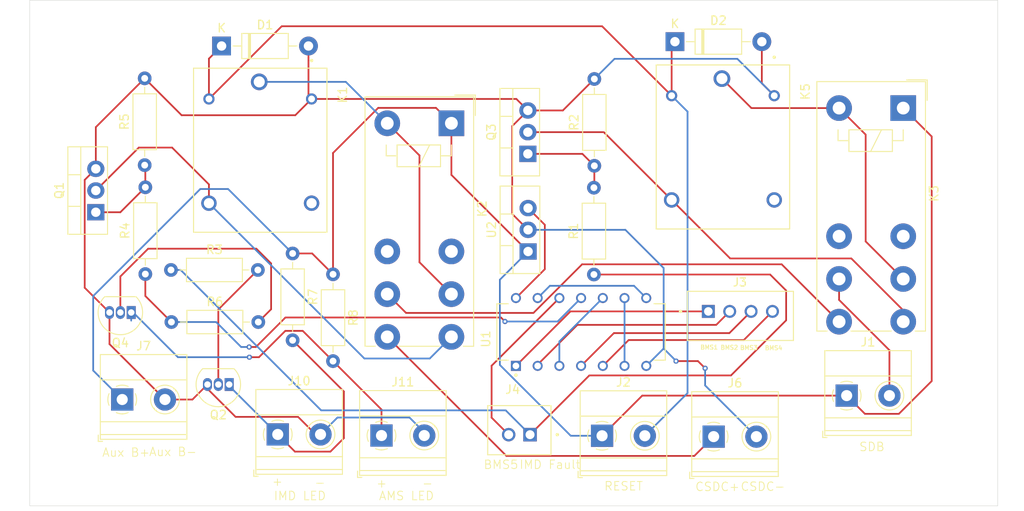
<source format=kicad_pcb>
(kicad_pcb (version 20221018) (generator pcbnew)
  (layers (0 "F.Cu" signal) (31 "B.Cu" signal) (34 "B.Paste" user) (35 "F.Paste" user) (36 "B.SilkS" user "B.Silkscreen") (37 "F.SilkS" user "F.Silkscreen") (38 "B.Mask" user) (39 "F.Mask" user) (44 "Edge.Cuts" user))
  (net 0 "")
  (net 1 "Aux Battery in")
  (net 2 "IMD In")
  (net 3 "reset")
  (net 4 "BMS3")
  (net 5 "BMS4")
  (net 6 "BMS2")
  (net 7 "BMS1")
  (net 8 "BMS5")
  (net 9 "IMD Fault")
  (net 10 "CSDC+")
  (net 11 "CSDC-")
  (net 12 "Net-(J10-Pin_1)")
  (net 13 "Net-(J11-Pin_1)")
  (net 14 "Net-(Q1-D)")
  (net 15 "Net-(K1-PadCOM)")
  (net 18 "AMS In")
  (net 20 "Net-(K3-Pad11)")
  (net 22 "Net-(Q3-D)")
  (net 25 "Net-(Q1-G)")
  (net 26 "Net-(Q2-B)")
  (net 27 "Net-(Q3-G)")
  (net 28 "Net-(Q4-B)")
  (net 29 "AMS Fault")
  (net 30 "out1")
  (net 31 "out2")
  (net 32 "out3")
  (net 33 "+5V")
  (footprint "SN74LS32N:DIP794W45P254L1969H508Q14" (layer "F.Cu") (at 89.3318 57.2694 90)
    (fp_text reference "U1" (at -0.825 -11.135 90) (layer "F.SilkS"))
    (fp_text value "SN74LS32N")
    (pad "1" thru_hole rect (at -3.97 -7.62 90) (size 1.17 1.17) (drill 0.77) (layers "*.Cu" "*.Mask") (net 7 "BMS1"))
    (pad "2" thru_hole circle (at -3.97 -5.08 90) (size 1.17 1.17) (drill 0.77) (layers "*.Cu" "*.Mask") (net 6 "BMS2"))
    (pad "3" thru_hole circle (at -3.97 -2.54 90) (size 1.17 1.17) (drill 0.77) (layers "*.Cu" "*.Mask") (net 30 "out1"))
    (pad "4" thru_hole circle (at -3.97 0 90) (size 1.17 1.17) (drill 0.77) (layers "*.Cu" "*.Mask") (net 4 "BMS3"))
    (pad "5" thru_hole circle (at -3.97 2.54 90) (size 1.17 1.17) (drill 0.77) (layers "*.Cu" "*.Mask") (net 5 "BMS4"))
    (pad "6" thru_hole circle (at -3.97 5.08 90) (size 1.17 1.17) (drill 0.77) (layers "*.Cu" "*.Mask") (net 31 "out2"))
    (pad "7" thru_hole circle (at -3.97 7.62 90) (size 1.17 1.17) (drill 0.77) (layers "*.Cu" "*.Mask") (net 11 "CSDC-"))
    (pad "8" thru_hole circle (at 3.97 7.62 90) (size 1.17 1.17) (drill 0.77) (layers "*.Cu" "*.Mask") (net 32 "out3"))
    (pad "9" thru_hole circle (at 3.97 5.08 90) (size 1.17 1.17) (drill 0.77) (layers "*.Cu" "*.Mask") (net 31 "out2"))
    (pad "10" thru_hole circle (at 3.97 2.54 90) (size 1.17 1.17) (drill 0.77) (layers "*.Cu" "*.Mask") (net 30 "out1"))
    (pad "11" thru_hole circle (at 3.97 0 90) (size 1.17 1.17) (drill 0.77) (layers "*.Cu" "*.Mask") (net 29 "AMS Fault"))
    (pad "12" thru_hole circle (at 3.97 -2.54 90) (size 1.17 1.17) (drill 0.77) (layers "*.Cu" "*.Mask") (net 8 "BMS5"))
    (pad "13" thru_hole circle (at 3.97 -5.08 90) (size 1.17 1.17) (drill 0.77) (layers "*.Cu" "*.Mask") (net 32 "out3"))
    (pad "14" thru_hole circle (at 3.97 -7.62 90) (size 1.17 1.17) (drill 0.77) (layers "*.Cu" "*.Mask") (net 33 "+5V"))
  )
  (footprint "Package_TO_SOT_THT:TO-220-3_Vertical" (layer "F.Cu") (at 83.1342 47.8536 90)
    (fp_text reference "U2" (at 2.54 -4.27 90) (layer "F.SilkS"))
    (fp_text value "L7805")
    (pad "1" thru_hole rect (at 0 0 90) (size 1.905 2) (drill 1.1) (layers "*.Cu" "*.Mask") (net 1 "Aux Battery in"))
    (pad "2" thru_hole oval (at 2.54 0 90) (size 1.905 2) (drill 1.1) (layers "*.Cu" "*.Mask") (net 11 "CSDC-"))
    (pad "3" thru_hole oval (at 5.08 0 90) (size 1.905 2) (drill 1.1) (layers "*.Cu" "*.Mask") (net 33 "+5V"))
  )
  (footprint "Package_TO_SOT_THT:TO-92_Inline" (layer "F.Cu") (at 48.1838 63.4194 180)
    (fp_text reference "Q2" (at 1.27 -3.56) (layer "F.SilkS"))
    (fp_text value "BC547")
    (pad "1" thru_hole rect (at 0 0 180) (size 1.05 1.5) (drill 0.75) (layers "*.Cu" "*.Mask") (net 12 "Net-(J10-Pin_1)"))
    (pad "2" thru_hole oval (at 1.27 0 180) (size 1.05 1.5) (drill 0.75) (layers "*.Cu" "*.Mask") (net 26 "Net-(Q2-B)"))
    (pad "3" thru_hole oval (at 2.54 0 180) (size 1.05 1.5) (drill 0.75) (layers "*.Cu" "*.Mask") (net 11 "CSDC-"))
  )
  (footprint "Diode_THT:D_DO-41_SOD81_P10.16mm_Horizontal" (layer "F.Cu") (at 47.2948 23.7998)
    (fp_text reference "D1" (at 5.08 -2.47) (layer "F.SilkS"))
    (fp_text value "1N4007")
    (fp_text user "K" (at 0 -2.1) (layer "F.SilkS"))
    (pad "1" thru_hole rect (at 0 0) (size 2.2 2.2) (drill 1.1) (layers "*.Cu" "*.Mask") (net 3 "reset"))
    (pad "2" thru_hole oval (at 10.16 0) (size 2.2 2.2) (drill 1.1) (layers "*.Cu" "*.Mask") (net 11 "CSDC-"))
  )
  (footprint "Resistor_THT:R_Axial_DIN0207_L6.3mm_D2.5mm_P10.16mm_Horizontal" (layer "F.Cu") (at 55.6006 48.0822 -90)
    (fp_text reference "R7" (at 5.08 -2.37 90) (layer "F.SilkS"))
    (fp_text value "100")
    (pad "1" thru_hole circle (at 0 0 270) (size 1.6 1.6) (drill 0.8) (layers "*.Cu" "*.Mask") (net 1 "Aux Battery in"))
    (pad "2" thru_hole oval (at 10.16 0 270) (size 1.6 1.6) (drill 0.8) (layers "*.Cu" "*.Mask") (net 12 "Net-(J10-Pin_1)"))
  )
  (footprint "MountingHole:MountingHole_3.5mm" (layer "F.Cu") (at 133.0706 23.7998)
    (fp_text reference "REF**" hide)
    (fp_text value "MountingHole_3.5mm")
    (pad "" np_thru_hole circle (at 0 0) (size 3.5 3.5) (drill 3.5) (layers "*.Cu" "*.Mask"))
  )
  (footprint "conn-JST-4pin:JST_B4B-XH-A_LF__SN_" (layer "F.Cu") (at 107.9592 55.389 180)
    (fp_text reference "J3" (at 0.06 3.9286) (layer "F.SilkS") (effects (font (size 0.944882 0.944882))))
    (fp_text value "B4B-XH-A_LF__SN_")
    (pad "1" thru_hole rect (at 3.75 0.525 180) (size 1.508 1.508) (drill 1) (layers "*.Cu" "*.Mask") (net 7 "BMS1"))
    (pad "2" thru_hole circle (at 1.25 0.525 180) (size 1.508 1.508) (drill 1) (layers "*.Cu" "*.Mask") (net 6 "BMS2"))
    (pad "3" thru_hole circle (at -1.25 0.525 180) (size 1.508 1.508) (drill 1) (layers "*.Cu" "*.Mask") (net 4 "BMS3"))
    (pad "4" thru_hole circle (at -3.75 0.525 180) (size 1.508 1.508) (drill 1) (layers "*.Cu" "*.Mask") (net 5 "BMS4"))
  )
  (footprint "MountingHole:MountingHole_3.5mm" (layer "F.Cu") (at 132.969 72.1614)
    (fp_text reference "REF**" hide)
    (fp_text value "MountingHole_3.5mm")
    (pad "" np_thru_hole circle (at 0 0) (size 3.5 3.5) (drill 3.5) (layers "*.Cu" "*.Mask"))
  )
  (footprint "Resistor_THT:R_Axial_DIN0207_L6.3mm_D2.5mm_P10.16mm_Horizontal" (layer "F.Cu") (at 60.325 50.5206 -90)
    (fp_text reference "R8" (at 5.08 -2.37 90) (layer "F.SilkS"))
    (fp_text value "100")
    (pad "1" thru_hole circle (at 0 0 270) (size 1.6 1.6) (drill 0.8) (layers "*.Cu" "*.Mask") (net 1 "Aux Battery in"))
    (pad "2" thru_hole oval (at 10.16 0 270) (size 1.6 1.6) (drill 0.8) (layers "*.Cu" "*.Mask") (net 13 "Net-(J11-Pin_1)"))
  )
  (footprint "Resistor_THT:R_Axial_DIN0207_L6.3mm_D2.5mm_P10.16mm_Horizontal" (layer "F.Cu") (at 90.8812 37.8206 90)
    (fp_text reference "R2" (at 5.08 -2.37 90) (layer "F.SilkS"))
    (fp_text value "10k")
    (pad "1" thru_hole circle (at 0 0 90) (size 1.6 1.6) (drill 0.8) (layers "*.Cu" "*.Mask") (net 27 "Net-(Q3-G)"))
    (pad "2" thru_hole oval (at 10.16 0 90) (size 1.6 1.6) (drill 0.8) (layers "*.Cu" "*.Mask") (net 11 "CSDC-"))
  )
  (footprint "Resistor_THT:R_Axial_DIN0207_L6.3mm_D2.5mm_P10.16mm_Horizontal" (layer "F.Cu") (at 38.3032 37.7444 90)
    (fp_text reference "R5" (at 5.08 -2.37 90) (layer "F.SilkS"))
    (fp_text value "10k")
    (pad "1" thru_hole circle (at 0 0 90) (size 1.6 1.6) (drill 0.8) (layers "*.Cu" "*.Mask") (net 25 "Net-(Q1-G)"))
    (pad "2" thru_hole oval (at 10.16 0 90) (size 1.6 1.6) (drill 0.8) (layers "*.Cu" "*.Mask") (net 11 "CSDC-"))
  )
  (footprint "TerminalBlock_Phoenix:TerminalBlock_Phoenix_MKDS-1,5-2_1x02_P5.00mm_Horizontal" (layer "F.Cu") (at 65.993 69.3928)
    (fp_text reference "J11" (at 2.5 -6.26) (layer "F.SilkS"))
    (fp_text value "Screw_Terminal_01x02")
    (pad "1" thru_hole rect (at 0 0) (size 2.6 2.6) (drill 1.3) (layers "*.Cu" "*.Mask") (net 13 "Net-(J11-Pin_1)"))
    (pad "2" thru_hole circle (at 5 0) (size 2.6 2.6) (drill 1.3) (layers "*.Cu" "*.Mask") (net 11 "CSDC-"))
  )
  (footprint "Resistor_THT:R_Axial_DIN0207_L6.3mm_D2.5mm_P10.16mm_Horizontal" (layer "F.Cu") (at 41.3766 50.0126)
    (fp_text reference "R3" (at 5.08 -2.37) (layer "F.SilkS"))
    (fp_text value "100")
    (pad "1" thru_hole circle (at 0 0) (size 1.6 1.6) (drill 0.8) (layers "*.Cu" "*.Mask") (net 9 "IMD Fault"))
    (pad "2" thru_hole oval (at 10.16 0) (size 1.6 1.6) (drill 0.8) (layers "*.Cu" "*.Mask") (net 26 "Net-(Q2-B)"))
  )
  (footprint "Package_TO_SOT_THT:TO-220-3_Vertical" (layer "F.Cu") (at 83.1088 36.4236 90)
    (fp_text reference "Q3" (at 2.54 -4.27 90) (layer "F.SilkS"))
    (fp_text value "IRF540N")
    (pad "1" thru_hole rect (at 0 0 90) (size 1.905 2) (drill 1.1) (layers "*.Cu" "*.Mask") (net 27 "Net-(Q3-G)"))
    (pad "2" thru_hole oval (at 2.54 0 90) (size 1.905 2) (drill 1.1) (layers "*.Cu" "*.Mask") (net 22 "Net-(Q3-D)"))
    (pad "3" thru_hole oval (at 5.08 0 90) (size 1.905 2) (drill 1.1) (layers "*.Cu" "*.Mask") (net 11 "CSDC-"))
  )
  (footprint "Resistor_THT:R_Axial_DIN0207_L6.3mm_D2.5mm_P10.16mm_Horizontal" (layer "F.Cu") (at 41.4274 56.1086)
    (fp_text reference "R6" (at 5.08 -2.37) (layer "F.SilkS"))
    (fp_text value "100")
    (pad "1" thru_hole circle (at 0 0) (size 1.6 1.6) (drill 0.8) (layers "*.Cu" "*.Mask") (net 29 "AMS Fault"))
    (pad "2" thru_hole oval (at 10.16 0) (size 1.6 1.6) (drill 0.8) (layers "*.Cu" "*.Mask") (net 28 "Net-(Q4-B)"))
  )
  (footprint "Resistor_THT:R_Axial_DIN0207_L6.3mm_D2.5mm_P10.16mm_Horizontal" (layer "F.Cu") (at 38.3794 50.4952 90)
    (fp_text reference "R4" (at 5.08 -2.37 90) (layer "F.SilkS"))
    (fp_text value "100")
    (pad "1" thru_hole circle (at 0 0 90) (size 1.6 1.6) (drill 0.8) (layers "*.Cu" "*.Mask") (net 29 "AMS Fault"))
    (pad "2" thru_hole oval (at 10.16 0 90) (size 1.6 1.6) (drill 0.8) (layers "*.Cu" "*.Mask") (net 25 "Net-(Q1-G)"))
  )
  (footprint "Relay_THT:Relay_DPDT_Finder_40.52" (layer "F.Cu") (at 74.1671 32.8441 -90)
    (fp_text reference "K2" (at 10 -3.6 90) (layer "F.SilkS"))
    (fp_text value "FINDER-40.52")
    (pad "11" thru_hole circle (at 20 0 270) (size 3 3) (drill 1.5) (layers "*.Cu" "*.Mask") (net 15 "Net-(K1-PadCOM)"))
    (pad "12" thru_hole circle (at 15 0 270) (size 3 3) (drill 1.5) (layers "*.Cu" "*.Mask"))
    (pad "14" thru_hole circle (at 25 0 270) (size 3 3) (drill 1.5) (layers "*.Cu" "*.Mask") (net 14 "Net-(Q1-D)"))
    (pad "21" thru_hole circle (at 20 7.5 270) (size 3 3) (drill 1.5) (layers "*.Cu" "*.Mask") (net 18 "AMS In"))
    (pad "22" thru_hole circle (at 15 7.5 270) (size 3 3) (drill 1.5) (layers "*.Cu" "*.Mask"))
    (pad "24" thru_hole circle (at 25 7.5 270) (size 3 3) (drill 1.5) (layers "*.Cu" "*.Mask") (net 10 "CSDC+"))
    (pad "A1" thru_hole rect (at 0 0 270) (size 3 3) (drill 1.5) (layers "*.Cu" "*.Mask") (net 1 "Aux Battery in"))
    (pad "A2" thru_hole circle (at 0 7.5 270) (size 3 3) (drill 1.5) (layers "*.Cu" "*.Mask") (net 15 "Net-(K1-PadCOM)"))
  )
  (footprint "SRD-12VDC-SL-C:RELAY_SRD-12VDC-SL-C" (layer "F.Cu") (at 105.918 35.7169 -90)
    (fp_text reference "K5" (at -6.575 -9.635 90) (layer "F.SilkS"))
    (fp_text value "SRD-12VDC-SL-C")
    (pad "COIL1" thru_hole circle (at -6.1 -6 270) (size 1.308 1.308) (drill 0.8) (layers "*.Cu" "*.Mask") (net 11 "CSDC-"))
    (pad "COIL2" thru_hole circle (at -6.1 6 270) (size 1.308 1.308) (drill 0.8) (layers "*.Cu" "*.Mask") (net 3 "reset"))
    (pad "COM" thru_hole circle (at -8.1 0.12 270) (size 1.95 1.95) (drill 1.3) (layers "*.Cu" "*.Mask") (net 20 "Net-(K3-Pad11)"))
    (pad "NC" thru_hole circle (at 6.1 -6 270) (size 1.8 1.8) (drill 1.2) (layers "*.Cu" "*.Mask"))
    (pad "NO" thru_hole circle (at 6.1 6 270) (size 1.8 1.8) (drill 1.2) (layers "*.Cu" "*.Mask") (net 22 "Net-(Q3-D)"))
  )
  (footprint "TerminalBlock_Phoenix:TerminalBlock_Phoenix_MKDS-1,5-2_1x02_P5.00mm_Horizontal" (layer "F.Cu") (at 53.8626 69.266)
    (fp_text reference "J10" (at 2.5 -6.26) (layer "F.SilkS"))
    (fp_text value "Screw_Terminal_01x02")
    (pad "1" thru_hole rect (at 0 0) (size 2.6 2.6) (drill 1.3) (layers "*.Cu" "*.Mask") (net 12 "Net-(J10-Pin_1)"))
    (pad "2" thru_hole circle (at 5 0) (size 2.6 2.6) (drill 1.3) (layers "*.Cu" "*.Mask") (net 11 "CSDC-"))
  )
  (footprint "SRD-12VDC-SL-C:RELAY_SRD-12VDC-SL-C" (layer "F.Cu") (at 51.816 36.0979 -90)
    (fp_text reference "K1" (at -6.575 -9.635 90) (layer "F.SilkS"))
    (fp_text value "SRD-12VDC-SL-C")
    (pad "COIL1" thru_hole circle (at -6.1 -6 270) (size 1.308 1.308) (drill 0.8) (layers "*.Cu" "*.Mask") (net 11 "CSDC-"))
    (pad "COIL2" thru_hole circle (at -6.1 6 270) (size 1.308 1.308) (drill 0.8) (layers "*.Cu" "*.Mask") (net 3 "reset"))
    (pad "COM" thru_hole circle (at -8.1 0.12 270) (size 1.95 1.95) (drill 1.3) (layers "*.Cu" "*.Mask") (net 15 "Net-(K1-PadCOM)"))
    (pad "NC" thru_hole circle (at 6.1 -6 270) (size 1.8 1.8) (drill 1.2) (layers "*.Cu" "*.Mask"))
    (pad "NO" thru_hole circle (at 6.1 6 270) (size 1.8 1.8) (drill 1.2) (layers "*.Cu" "*.Mask") (net 14 "Net-(Q1-D)"))
  )
  (footprint "TerminalBlock_Phoenix:TerminalBlock_Phoenix_MKDS-1,5-2_1x02_P5.00mm_Horizontal" (layer "F.Cu") (at 35.6762 65.1766)
    (fp_text reference "J7" (at 2.5 -6.26) (layer "F.SilkS"))
    (fp_text value "Screw_Terminal_01x02")
    (pad "1" thru_hole rect (at 0 0) (size 2.6 2.6) (drill 1.3) (layers "*.Cu" "*.Mask") (net 1 "Aux Battery in"))
    (pad "2" thru_hole circle (at 5 0) (size 2.6 2.6) (drill 1.3) (layers "*.Cu" "*.Mask") (net 11 "CSDC-"))
  )
  (footprint "Package_TO_SOT_THT:TO-92_Inline" (layer "F.Cu") (at 36.7284 54.991 180)
    (fp_text reference "Q4" (at 1.27 -3.56) (layer "F.SilkS"))
    (fp_text value "BC547")
    (pad "1" thru_hole rect (at 0 0 180) (size 1.05 1.5) (drill 0.75) (layers "*.Cu" "*.Mask") (net 13 "Net-(J11-Pin_1)"))
    (pad "2" thru_hole oval (at 1.27 0 180) (size 1.05 1.5) (drill 0.75) (layers "*.Cu" "*.Mask") (net 28 "Net-(Q4-B)"))
    (pad "3" thru_hole oval (at 2.54 0 180) (size 1.05 1.5) (drill 0.75) (layers "*.Cu" "*.Mask") (net 11 "CSDC-"))
  )
  (footprint "Package_TO_SOT_THT:TO-220-3_Vertical" (layer "F.Cu") (at 32.5882 43.2562 90)
    (fp_text reference "Q1" (at 2.54 -4.27 90) (layer "F.SilkS"))
    (fp_text value "IRF540N")
    (pad "1" thru_hole rect (at 0 0 90) (size 1.905 2) (drill 1.1) (layers "*.Cu" "*.Mask") (net 25 "Net-(Q1-G)"))
    (pad "2" thru_hole oval (at 2.54 0 90) (size 1.905 2) (drill 1.1) (layers "*.Cu" "*.Mask") (net 14 "Net-(Q1-D)"))
    (pad "3" thru_hole oval (at 5.08 0 90) (size 1.905 2) (drill 1.1) (layers "*.Cu" "*.Mask") (net 11 "CSDC-"))
  )
  (footprint "Resistor_THT:R_Axial_DIN0207_L6.3mm_D2.5mm_P10.16mm_Horizontal" (layer "F.Cu") (at 90.8304 50.546 90)
    (fp_text reference "R1" (at 5.08 -2.37 90) (layer "F.SilkS"))
    (fp_text value "100")
    (pad "1" thru_hole circle (at 0 0 90) (size 1.6 1.6) (drill 0.8) (layers "*.Cu" "*.Mask") (net 9 "IMD Fault"))
    (pad "2" thru_hole oval (at 10.16 0 90) (size 1.6 1.6) (drill 0.8) (layers "*.Cu" "*.Mask") (net 27 "Net-(Q3-G)"))
  )
  (footprint "TerminalBlock_Phoenix:TerminalBlock_Phoenix_MKDS-1,5-2_1x02_P5.00mm_Horizontal" (layer "F.Cu") (at 120.3852 64.7194)
    (fp_text reference "J1" (at 2.5 -6.26) (layer "F.SilkS"))
    (fp_text value "Screw_Terminal_01x02")
    (pad "1" thru_hole rect (at 0 0) (size 2.6 2.6) (drill 1.3) (layers "*.Cu" "*.Mask") (net 1 "Aux Battery in"))
    (pad "2" thru_hole circle (at 5 0) (size 2.6 2.6) (drill 1.3) (layers "*.Cu" "*.Mask") (net 2 "IMD In"))
  )
  (footprint "MountingHole:MountingHole_3.5mm" (layer "F.Cu") (at 29.4386 72.898)
    (fp_text reference "REF**" hide)
    (fp_text value "MountingHole_3.5mm")
    (pad "" np_thru_hole circle (at 0 0) (size 3.5 3.5) (drill 3.5) (layers "*.Cu" "*.Mask"))
  )
  (footprint "conn-JST-2pin:JST_B2B-XH-A_LF__SN_" (layer "F.Cu") (at 82.1128 68.7662)
    (fp_text reference "J4" (at -0.775 -4.76) (layer "F.SilkS"))
    (fp_text value "B2B-XH-A_LF__SN_")
    (pad "1" thru_hole rect (at 1.25 0.525) (size 1.575 1.575) (drill 1.05) (layers "*.Cu" "*.Mask") (net 9 "IMD Fault"))
    (pad "2" thru_hole circle (at -1.25 0.525) (size 1.575 1.575) (drill 1.05) (layers "*.Cu" "*.Mask") (net 8 "BMS5"))
  )
  (footprint "Diode_THT:D_DO-41_SOD81_P10.16mm_Horizontal" (layer "F.Cu") (at 100.3046 23.2918)
    (fp_text reference "D2" (at 5.08 -2.47) (layer "F.SilkS"))
    (fp_text value "1N4007")
    (fp_text user "K" (at 0 -2.1) (layer "F.SilkS"))
    (pad "1" thru_hole rect (at 0 0) (size 2.2 2.2) (drill 1.1) (layers "*.Cu" "*.Mask") (net 3 "reset"))
    (pad "2" thru_hole oval (at 10.16 0) (size 2.2 2.2) (drill 1.1) (layers "*.Cu" "*.Mask") (net 11 "CSDC-"))
  )
  (footprint "TerminalBlock_Phoenix:TerminalBlock_Phoenix_MKDS-1,5-2_1x02_P5.00mm_Horizontal" (layer "F.Cu") (at 104.8296 69.5198)
    (fp_text reference "J6" (at 2.5 -6.26) (layer "F.SilkS"))
    (fp_text value "Screw_Terminal_01x02")
    (pad "1" thru_hole rect (at 0 0) (size 2.6 2.6) (drill 1.3) (layers "*.Cu" "*.Mask") (net 10 "CSDC+"))
    (pad "2" thru_hole circle (at 5 0) (size 2.6 2.6) (drill 1.3) (layers "*.Cu" "*.Mask") (net 11 "CSDC-"))
  )
  (footprint "Relay_THT:Relay_DPDT_Finder_40.52" (layer "F.Cu") (at 126.9991 31.0661 -90)
    (fp_text reference "K3" (at 10 -3.6 90) (layer "F.SilkS"))
    (fp_text value "FINDER-40.52")
    (pad "11" thru_hole circle (at 20 0 270) (size 3 3) (drill 1.5) (layers "*.Cu" "*.Mask") (net 20 "Net-(K3-Pad11)"))
    (pad "12" thru_hole circle (at 15 0 270) (size 3 3) (drill 1.5) (layers "*.Cu" "*.Mask"))
    (pad "14" thru_hole circle (at 25 0 270) (size 3 3) (drill 1.5) (layers "*.Cu" "*.Mask") (net 22 "Net-(Q3-D)"))
    (pad "21" thru_hole circle (at 20 7.5 270) (size 3 3) (drill 1.5) (layers "*.Cu" "*.Mask") (net 2 "IMD In"))
    (pad "22" thru_hole circle (at 15 7.5 270) (size 3 3) (drill 1.5) (layers "*.Cu" "*.Mask"))
    (pad "24" thru_hole circle (at 25 7.5 270) (size 3 3) (drill 1.5) (layers "*.Cu" "*.Mask") (net 18 "AMS In"))
    (pad "A1" thru_hole rect (at 0 0 270) (size 3 3) (drill 1.5) (layers "*.Cu" "*.Mask") (net 1 "Aux Battery in"))
    (pad "A2" thru_hole circle (at 0 7.5 270) (size 3 3) (drill 1.5) (layers "*.Cu" "*.Mask") (net 20 "Net-(K3-Pad11)"))
  )
  (footprint "TerminalBlock_Phoenix:TerminalBlock_Phoenix_MKDS-1,5-2_1x02_P5.00mm_Horizontal" (layer "F.Cu") (at 91.7848 69.4184)
    (fp_text reference "J2" (at 2.5 -6.26) (layer "F.SilkS"))
    (fp_text value "Screw_Terminal_01x02")
    (pad "1" thru_hole rect (at 0 0) (size 2.6 2.6) (drill 1.3) (layers "*.Cu" "*.Mask") (net 1 "Aux Battery in"))
    (pad "2" thru_hole circle (at 5 0) (size 2.6 2.6) (drill 1.3) (layers "*.Cu" "*.Mask") (net 3 "reset"))
  )
  (footprint "MountingHole:MountingHole_3.5mm" (layer "F.Cu") (at 29.7942 24.3332)
    (fp_text reference "REF**" hide)
    (fp_text value "MountingHole_3.5mm")
    (pad "" np_thru_hole circle (at 0 0) (size 3.5 3.5) (drill 3.5) (layers "*.Cu" "*.Mask"))
  )
  (gr_rect (start 24.8666 18.4404) (end 138.049 77.6224) (stroke (width 0.05)) (fill none) (layer "Edge.Cuts"))
  (gr_text "IMD LED" (at 53.34 77.0382) (layer "F.SilkS") (effects (font (size 1 1) (thickness 0.1)) (justify left bottom)))
  (gr_text "Aux B-" (at 38.7604 71.882) (layer "F.SilkS") (effects (font (size 1 1) (thickness 0.1)) (justify left bottom)))
  (gr_text "BMS3" (at 107.8738 59.4106) (layer "F.SilkS") (effects (font (size 0.5 0.5) (thickness 0.1)) (justify left bottom)))
  (gr_text "Aux B+" (at 33.274 71.9582) (layer "F.SilkS") (effects (font (size 1 1) (thickness 0.1)) (justify left bottom)))
  (gr_text "BMS4" (at 110.7694 59.436) (layer "F.SilkS") (effects (font (size 0.5 0.5) (thickness 0.1)) (justify left bottom)))
  (gr_text "AMS LED" (at 65.6336 77.0382) (layer "F.SilkS") (effects (font (size 1 1) (thickness 0.1)) (justify left bottom)))
  (gr_text "BMS1" (at 103.2256 59.3598) (layer "F.SilkS") (effects (font (size 0.5 0.5) (thickness 0.1)) (justify left bottom)))
  (gr_text "IMD Fault" (at 82.0674 73.3806) (layer "F.SilkS") (effects (font (size 1 1) (thickness 0.1)) (justify left bottom)))
  (gr_text "SDB" (at 121.793 71.2978) (layer "F.SilkS") (effects (font (size 1 1) (thickness 0.1)) (justify left bottom)))
  (gr_text "CSDC+" (at 102.616 75.9714) (layer "F.SilkS") (effects (font (size 1 1) (thickness 0.1)) (justify left bottom)))
  (gr_text "-" (at 58.1152 75.4888) (layer "F.SilkS") (effects (font (size 1 1) (thickness 0.1)) (justify left bottom)))
  (gr_text "RESET" (at 91.9734 75.8952) (layer "F.SilkS") (effects (font (size 1 1) (thickness 0.1)) (justify left bottom)))
  (gr_text "+" (at 65.3288 75.565) (layer "F.SilkS") (effects (font (size 1 1) (thickness 0.1)) (justify left bottom)))
  (gr_text "CSDC-" (at 107.9246 75.946) (layer "F.SilkS") (effects (font (size 1 1) (thickness 0.1)) (justify left bottom)))
  (gr_text "-" (at 70.6882 75.565) (layer "F.SilkS") (effects (font (size 1 1) (thickness 0.1)) (justify left bottom)))
  (gr_text "+" (at 53.1368 75.3618) (layer "F.SilkS") (effects (font (size 1 1) (thickness 0.1)) (justify left bottom)))
  (gr_text "BMS5" (at 77.8764 73.3806) (layer "F.SilkS") (effects (font (size 1 1) (thickness 0.1)) (justify left bottom)))
  (gr_text "BMS2" (at 105.5878 59.3852) (layer "F.SilkS") (effects (font (size 0.5 0.5) (thickness 0.1)) (justify left bottom)))
  (segment (start 72.3671 31.0441) (end 65.6029 31.0441) (width 0.2) (layer "F.Cu") (net 1))
  (segment (start 120.3852 64.7194) (end 122.5186 66.8528) (width 0.2) (layer "F.Cu") (net 1))
  (segment (start 122.5186 66.8528) (end 126.492 66.8528) (width 0.2) (layer "F.Cu") (net 1))
  (segment (start 74.1671 32.8441) (end 72.3671 31.0441) (width 0.2) (layer "F.Cu") (net 1))
  (segment (start 74.1671 38.8865) (end 83.1342 47.8536) (width 0.2) (layer "F.Cu") (net 1))
  (segment (start 120.3852 64.7194) (end 96.4838 64.7194) (width 0.2) (layer "F.Cu") (net 1))
  (segment (start 96.4838 64.7194) (end 91.7848 69.4184) (width 0.2) (layer "F.Cu") (net 1))
  (segment (start 130.3274 34.3944) (end 126.9991 31.0661) (width 0.2) (layer "F.Cu") (net 1))
  (segment (start 126.492 66.8528) (end 130.3274 63.0174) (width 0.2) (layer "F.Cu") (net 1))
  (segment (start 130.3274 63.0174) (end 130.3274 34.3944) (width 0.2) (layer "F.Cu") (net 1))
  (segment (start 57.8866 48.0822) (end 60.325 50.5206) (width 0.2) (layer "F.Cu") (net 1))
  (segment (start 74.1671 32.8441) (end 74.1671 38.8865) (width 0.2) (layer "F.Cu") (net 1))
  (segment (start 65.6029 31.0441) (end 60.325 36.322) (width 0.2) (layer "F.Cu") (net 1))
  (segment (start 55.6006 48.0822) (end 57.8866 48.0822) (width 0.2) (layer "F.Cu") (net 1))
  (segment (start 60.325 36.322) (end 60.325 50.5206) (width 0.2) (layer "F.Cu") (net 1))
  (segment (start 44.8056 40.5384) (end 32.2834 53.0606) (width 0.2) (layer "B.Cu") (net 1))
  (segment (start 91.7848 69.4184) (end 88.1208 69.4184) (width 0.2) (layer "B.Cu") (net 1))
  (segment (start 32.2834 53.0606) (end 32.2834 61.7838) (width 0.2) (layer "B.Cu") (net 1))
  (segment (start 88.1208 69.4184) (end 79.8322 61.1298) (width 0.2) (layer "B.Cu") (net 1))
  (segment (start 79.8322 51.1556) (end 83.1342 47.8536) (width 0.2) (layer "B.Cu") (net 1))
  (segment (start 32.2834 61.7838) (end 35.6762 65.1766) (width 0.2) (layer "B.Cu") (net 1))
  (segment (start 48.0568 40.5384) (end 44.8056 40.5384) (width 0.2) (layer "B.Cu") (net 1))
  (segment (start 55.6006 48.0822) (end 48.0568 40.5384) (width 0.2) (layer "B.Cu") (net 1))
  (segment (start 79.8322 61.1298) (end 79.8322 51.1556) (width 0.2) (layer "B.Cu") (net 1))
  (segment (start 125.3852 59.406615) (end 125.3852 64.7194) (width 0.2) (layer "F.Cu") (net 2))
  (segment (start 119.4991 53.520515) (end 125.3852 59.406615) (width 0.2) (layer "F.Cu") (net 2))
  (segment (start 119.4991 51.0661) (end 119.4991 53.520515) (width 0.2) (layer "F.Cu") (net 2))
  (segment (start 99.918 29.6169) (end 99.918 23.6784) (width 0.2) (layer "F.Cu") (net 3))
  (segment (start 91.7895 21.4884) (end 99.918 29.6169) (width 0.2) (layer "F.Cu") (net 3))
  (segment (start 45.816 29.9979) (end 54.3255 21.4884) (width 0.2) (layer "F.Cu") (net 3))
  (segment (start 99.918 23.6784) (end 100.3046 23.2918) (width 0.2) (layer "F.Cu") (net 3))
  (segment (start 47.2948 23.7998) (end 45.816 25.2786) (width 0.2) (layer "F.Cu") (net 3))
  (segment (start 45.816 25.2786) (end 45.816 29.9979) (width 0.2) (layer "F.Cu") (net 3))
  (segment (start 54.3255 21.4884) (end 91.7895 21.4884) (width 0.2) (layer "F.Cu") (net 3))
  (segment (start 101.7778 31.4767) (end 101.7778 64.4254) (width 0.2) (layer "B.Cu") (net 3))
  (segment (start 101.7778 64.4254) (end 96.7848 69.4184) (width 0.2) (layer "B.Cu") (net 3))
  (segment (start 99.918 29.6169) (end 101.7778 31.4767) (width 0.2) (layer "B.Cu") (net 3))
  (segment (start 109.2092 54.864) (end 106.6692 57.404) (width 0.2) (layer "F.Cu") (net 4))
  (segment (start 106.6692 57.404) (end 93.1672 57.404) (width 0.2) (layer "F.Cu") (net 4))
  (segment (start 93.1672 57.404) (end 89.3318 61.2394) (width 0.2) (layer "F.Cu") (net 4))
  (segment (start 108.3564 58.2168) (end 94.8944 58.2168) (width 0.2) (layer "F.Cu") (net 5))
  (segment (start 94.8944 58.2168) (end 91.8718 61.2394) (width 0.2) (layer "F.Cu") (net 5))
  (segment (start 111.7092 54.864) (end 108.3564 58.2168) (width 0.2) (layer "F.Cu") (net 5))
  (segment (start 106.7092 54.864) (end 105.1344 56.4388) (width 0.2) (layer "F.Cu") (net 6))
  (segment (start 84.2518 61.087) (end 84.2518 61.2394) (width 0.2) (layer "F.Cu") (net 6))
  (segment (start 88.9 56.4388) (end 84.2518 61.087) (width 0.2) (layer "F.Cu") (net 6))
  (segment (start 105.1344 56.4388) (end 88.9 56.4388) (width 0.2) (layer "F.Cu") (net 6))
  (segment (start 104.2092 54.864) (end 88.0872 54.864) (width 0.2) (layer "F.Cu") (net 7))
  (segment (start 88.0872 54.864) (end 81.7118 61.2394) (width 0.2) (layer "F.Cu") (net 7))
  (segment (start 78.867 61.2242) (end 86.7918 53.2994) (width 0.2) (layer "F.Cu") (net 8))
  (segment (start 78.867 67.2954) (end 78.867 61.2242) (width 0.2) (layer "F.Cu") (net 8))
  (segment (start 80.8628 69.2912) (end 78.867 67.2954) (width 0.2) (layer "F.Cu") (net 8))
  (segment (start 90.8304 50.546) (end 111.433415 50.546) (width 0.2) (layer "F.Cu") (net 9))
  (segment (start 106.8578 62.357) (end 90.297 62.357) (width 0.2) (layer "F.Cu") (net 9))
  (segment (start 111.433415 50.546) (end 113.3094 52.421985) (width 0.2) (layer "F.Cu") (net 9))
  (segment (start 113.3094 55.9054) (end 106.8578 62.357) (width 0.2) (layer "F.Cu") (net 9))
  (segment (start 113.3094 52.421985) (end 113.3094 55.9054) (width 0.2) (layer "F.Cu") (net 9))
  (segment (start 90.297 62.357) (end 83.3628 69.2912) (width 0.2) (layer "F.Cu") (net 9))
  (segment (start 80.518 66.4464) (end 83.3628 69.2912) (width 0.2) (layer "B.Cu") (net 9))
  (segment (start 42.50797 50.0126) (end 58.94177 66.4464) (width 0.2) (layer "B.Cu") (net 9))
  (segment (start 41.3766 50.0126) (end 42.50797 50.0126) (width 0.2) (layer "B.Cu") (net 9))
  (segment (start 58.94177 66.4464) (end 80.518 66.4464) (width 0.2) (layer "B.Cu") (net 9))
  (segment (start 80.6034 71.7804) (end 66.6671 57.8441) (width 0.2) (layer "F.Cu") (net 10))
  (segment (start 102.569 71.7804) (end 80.6034 71.7804) (width 0.2) (layer "F.Cu") (net 10))
  (segment (start 104.8296 69.5198) (end 102.569 71.7804) (width 0.2) (layer "F.Cu") (net 10))
  (segment (start 55.9115 31.9024) (end 57.816 29.9979) (width 0.2) (layer "F.Cu") (net 11))
  (segment (start 100.4316 60.6806) (end 102.997 60.6806) (width 0.2) (layer "F.Cu") (net 11))
  (segment (start 38.3032 27.5844) (end 42.6212 31.9024) (width 0.2) (layer "F.Cu") (net 11))
  (segment (start 81.7631 29.9979) (end 83.1088 31.3436) (width 0.2) (layer "F.Cu") (net 11))
  (segment (start 31.2882 52.0908) (end 34.1884 54.991) (width 0.2) (layer "F.Cu") (net 11))
  (segment (start 40.6762 65.1766) (end 43.8866 65.1766) (width 0.2) (layer "F.Cu") (net 11))
  (segment (start 45.6438 63.4194) (end 45.6438 63.9194) (width 0.2) (layer "F.Cu") (net 11))
  (segment (start 102.997 60.6806) (end 103.8352 61.5188) (width 0.2) (layer "F.Cu") (net 11))
  (segment (start 32.5882 38.1762) (end 31.2882 39.4762) (width 0.2) (layer "F.Cu") (net 11))
  (segment (start 83.1088 31.3436) (end 87.1982 31.3436) (width 0.2) (layer "F.Cu") (net 11))
  (segment (start 34.1884 54.991) (end 34.1884 58.6888) (width 0.2) (layer "F.Cu") (net 11))
  (segment (start 32.5882 33.2994) (end 38.3032 27.5844) (width 0.2) (layer "F.Cu") (net 11))
  (segment (start 57.816 29.9979) (end 81.7631 29.9979) (width 0.2) (layer "F.Cu") (net 11))
  (segment (start 48.9328 67.2084) (end 56.239314 67.2084) (width 0.2) (layer "F.Cu") (net 11))
  (segment (start 87.1982 31.3436) (end 90.8812 27.6606) (width 0.2) (layer "F.Cu") (net 11))
  (segment (start 110.4646 23.2918) (end 110.4646 28.1635) (width 0.2) (layer "F.Cu") (net 11))
  (segment (start 42.6212 31.9024) (end 55.9115 31.9024) (width 0.2) (layer "F.Cu") (net 11))
  (segment (start 81.28 33.1724) (end 81.28 43.4594) (width 0.2) (layer "F.Cu") (net 11))
  (segment (start 43.8866 65.1766) (end 45.6438 63.4194) (width 0.2) (layer "F.Cu") (net 11))
  (segment (start 81.28 43.4594) (end 83.1342 45.3136) (width 0.2) (layer "F.Cu") (net 11))
  (segment (start 57.4548 29.6367) (end 57.816 29.9979) (width 0.2) (layer "F.Cu") (net 11))
  (segment (start 32.5882 38.1762) (end 32.5882 33.2994) (width 0.2) (layer "F.Cu") (net 11))
  (segment (start 34.1884 58.6888) (end 40.6762 65.1766) (width 0.2) (layer "F.Cu") (net 11))
  (segment (start 110.4646 28.1635) (end 111.918 29.6169) (width 0.2) (layer "F.Cu") (net 11))
  (segment (start 83.1088 31.3436) (end 81.28 33.1724) (width 0.2) (layer "F.Cu") (net 11))
  (segment (start 45.6438 63.9194) (end 48.9328 67.2084) (width 0.2) (layer "F.Cu") (net 11))
  (segment (start 31.2882 39.4762) (end 31.2882 52.0908) (width 0.2) (layer "F.Cu") (net 11))
  (segment (start 57.4548 23.7998) (end 57.4548 29.6367) (width 0.2) (layer "F.Cu") (net 11))
  (segment (start 56.239314 67.2084) (end 58.579757 69.548843) (width 0.2) (layer "F.Cu") (net 11))
  (via (at 100.4316 60.6806) (size 0.6) (drill 0.3) (layers "F.Cu" "B.Cu") (net 11))
  (via (at 103.8352 61.5188) (size 0.6) (drill 0.3) (layers "F.Cu" "B.Cu") (net 11))
  (segment (start 103.8352 61.5188) (end 103.8352 63.5254) (width 0.2) (layer "B.Cu") (net 11))
  (segment (start 60.844 67.2846) (end 69.2658 67.2846) (width 0.2) (layer "B.Cu") (net 11))
  (segment (start 103.8352 63.5254) (end 109.8296 69.5198) (width 0.2) (layer "B.Cu") (net 11))
  (segment (start 58.8626 69.266) (end 60.844 67.2846) (width 0.2) (layer "B.Cu") (net 11))
  (segment (start 93.2434 25.2984) (end 107.5995 25.2984) (width 0.2) (layer "B.Cu") (net 11))
  (segment (start 70.827314 68.846114) (end 70.827314 68.9928) (width 0.2) (layer "B.Cu") (net 11))
  (segment (start 100.4316 60.6552) (end 100.4316 60.6806) (width 0.2) (layer "B.Cu") (net 11))
  (segment (start 98.9838 49.790235) (end 98.9838 59.2074) (width 0.2) (layer "B.Cu") (net 11))
  (segment (start 98.9838 59.2074) (end 100.4316 60.6552) (width 0.2) (layer "B.Cu") (net 11))
  (segment (start 98.9838 59.2074) (end 96.9518 61.2394) (width 0.2) (layer "B.Cu") (net 11))
  (segment (start 90.8812 27.6606) (end 93.2434 25.2984) (width 0.2) (layer "B.Cu") (net 11))
  (segment (start 107.5995 25.2984) (end 111.918 29.6169) (width 0.2) (layer "B.Cu") (net 11))
  (segment (start 70.827314 68.9928) (end 70.710157 69.109957) (width 0.2) (layer "B.Cu") (net 11))
  (segment (start 94.507165 45.3136) (end 98.9838 49.790235) (width 0.2) (layer "B.Cu") (net 11))
  (segment (start 69.2658 67.2846) (end 70.827314 68.846114) (width 0.2) (layer "B.Cu") (net 11))
  (segment (start 83.1342 45.3136) (end 94.507165 45.3136) (width 0.2) (layer "B.Cu") (net 11))
  (segment (start 61.595 64.2366) (end 55.6006 58.2422) (width 0.2) (layer "F.Cu") (net 12))
  (segment (start 61.595 69.6976) (end 61.595 64.2366) (width 0.2) (layer "F.Cu") (net 12))
  (segment (start 60.0202 71.2724) (end 61.595 69.6976) (width 0.2) (layer "F.Cu") (net 12))
  (segment (start 53.8626 69.266) (end 55.869 71.2724) (width 0.2) (layer "F.Cu") (net 12))
  (segment (start 55.869 71.2724) (end 60.0202 71.2724) (width 0.2) (layer "F.Cu") (net 12))
  (segment (start 53.8626 69.266) (end 48.1838 63.5872) (width 0.2) (layer "B.Cu") (net 12))
  (segment (start 48.1838 63.5872) (end 48.1838 63.4194) (width 0.2) (layer "B.Cu") (net 12))
  (segment (start 51.6636 60.2234) (end 50.546 60.2234) (width 0.2) (layer "F.Cu") (net 13))
  (segment (start 65.993 66.3486) (end 60.325 60.6806) (width 0.2) (layer "F.Cu") (net 13))
  (segment (start 60.325 60.6806) (end 56.7866 57.1422) (width 0.2) (layer "F.Cu") (net 13))
  (segment (start 65.993 69.3928) (end 65.993 66.3486) (width 0.2) (layer "F.Cu") (net 13))
  (segment (start 56.7866 57.1422) (end 54.7448 57.1422) (width 0.2) (layer "F.Cu") (net 13))
  (segment (start 54.7448 57.1422) (end 51.6636 60.2234) (width 0.2) (layer "F.Cu") (net 13))
  (via (at 50.546 60.2234) (size 0.6) (drill 0.3) (layers "F.Cu" "B.Cu") (net 13))
  (segment (start 42.1894 60.2234) (end 37.1284 55.1624) (width 0.2) (layer "B.Cu") (net 13))
  (segment (start 36.7284 54.991) (end 36.7284 55.941) (width 0.2) (layer "B.Cu") (net 13))
  (segment (start 37.1284 55.1624) (end 37.1284 54.825315) (width 0.2) (layer "B.Cu") (net 13))
  (segment (start 37.1284 54.825315) (end 37.011242 54.708157) (width 0.2) (layer "B.Cu") (net 13))
  (segment (start 50.546 60.2234) (end 42.1894 60.2234) (width 0.2) (layer "B.Cu") (net 13))
  (segment (start 37.6174 35.687) (end 41.5036 35.687) (width 0.2) (layer "F.Cu") (net 14))
  (segment (start 41.5036 35.687) (end 45.816 39.9994) (width 0.2) (layer "F.Cu") (net 14))
  (segment (start 32.5882 40.7162) (end 37.6174 35.687) (width 0.2) (layer "F.Cu") (net 14))
  (segment (start 45.816 39.9994) (end 45.816 42.1979) (width 0.2) (layer "F.Cu") (net 14))
  (segment (start 63.9939 60.3758) (end 71.6354 60.3758) (width 0.2) (layer "B.Cu") (net 14))
  (segment (start 71.6354 60.3758) (end 74.1671 57.8441) (width 0.2) (layer "B.Cu") (net 14))
  (segment (start 45.816 42.1979) (end 63.9939 60.3758) (width 0.2) (layer "B.Cu") (net 14))
  (segment (start 70.4342 49.1112) (end 74.1671 52.8441) (width 0.2) (layer "F.Cu") (net 15))
  (segment (start 66.6671 32.8441) (end 70.4342 36.6112) (width 0.2) (layer "F.Cu") (net 15))
  (segment (start 70.4342 36.6112) (end 70.4342 49.1112) (width 0.2) (layer "F.Cu") (net 15))
  (segment (start 51.696 27.9979) (end 61.8209 27.9979) (width 0.2) (layer "B.Cu") (net 15))
  (segment (start 61.8209 27.9979) (end 66.6671 32.8441) (width 0.2) (layer "B.Cu") (net 15))
  (segment (start 89.45058 49.3522) (end 112.7852 49.3522) (width 0.2) (layer "F.Cu") (net 18))
  (segment (start 83.76098 55.0418) (end 89.45058 49.3522) (width 0.2) (layer "F.Cu") (net 18))
  (segment (start 112.7852 49.3522) (end 119.4991 56.0661) (width 0.2) (layer "F.Cu") (net 18))
  (segment (start 66.6671 52.8441) (end 68.8648 55.0418) (width 0.2) (layer "F.Cu") (net 18))
  (segment (start 68.8648 55.0418) (end 83.76098 55.0418) (width 0.2) (layer "F.Cu") (net 18))
  (segment (start 122.6058 34.1728) (end 122.6058 46.6728) (width 0.2) (layer "F.Cu") (net 20))
  (segment (start 105.798 27.6169) (end 109.2472 31.0661) (width 0.2) (layer "F.Cu") (net 20))
  (segment (start 119.4991 31.0661) (end 122.6058 34.1728) (width 0.2) (layer "F.Cu") (net 20))
  (segment (start 122.6058 46.6728) (end 126.9991 51.0661) (width 0.2) (layer "F.Cu") (net 20))
  (segment (start 109.2472 31.0661) (end 119.4991 31.0661) (width 0.2) (layer "F.Cu") (net 20))
  (segment (start 83.1088 33.8836) (end 91.9847 33.8836) (width 0.2) (layer "F.Cu") (net 22))
  (segment (start 126.9991 54.7361) (end 126.9991 56.0661) (width 0.2) (layer "F.Cu") (net 22))
  (segment (start 120.9294 48.6664) (end 126.9991 54.7361) (width 0.2) (layer "F.Cu") (net 22))
  (segment (start 106.7675 48.6664) (end 120.9294 48.6664) (width 0.2) (layer "F.Cu") (net 22))
  (segment (start 99.918 41.8169) (end 106.7675 48.6664) (width 0.2) (layer "F.Cu") (net 22))
  (segment (start 91.9847 33.8836) (end 99.918 41.8169) (width 0.2) (layer "F.Cu") (net 22))
  (segment (start 35.4584 43.2562) (end 38.3794 40.3352) (width 0.2) (layer "F.Cu") (net 25))
  (segment (start 38.3794 40.3352) (end 38.3794 37.8206) (width 0.2) (layer "F.Cu") (net 25))
  (segment (start 32.5882 43.2562) (end 35.4584 43.2562) (width 0.2) (layer "F.Cu") (net 25))
  (segment (start 38.3794 37.8206) (end 38.3032 37.7444) (width 0.2) (layer "F.Cu") (net 25))
  (segment (start 46.9138 54.6354) (end 51.5366 50.0126) (width 0.2) (layer "F.Cu") (net 26))
  (segment (start 46.9138 63.4194) (end 46.9138 54.6354) (width 0.2) (layer "F.Cu") (net 26))
  (segment (start 90.8812 40.3352) (end 90.8304 40.386) (width 0.2) (layer "F.Cu") (net 27))
  (segment (start 89.4842 36.4236) (end 90.8812 37.8206) (width 0.2) (layer "F.Cu") (net 27))
  (segment (start 90.8812 37.8206) (end 90.8812 40.3352) (width 0.2) (layer "F.Cu") (net 27))
  (segment (start 83.1088 36.4236) (end 89.4842 36.4236) (width 0.2) (layer "F.Cu") (net 27))
  (segment (start 35.4584 54.991) (end 35.4584 50.7746) (width 0.2) (layer "F.Cu") (net 28))
  (segment (start 51.3588 47.5234) (end 53.086 49.2506) (width 0.2) (layer "F.Cu") (net 28))
  (segment (start 53.086 54.61) (end 51.5874 56.1086) (width 0.2) (layer "F.Cu") (net 28))
  (segment (start 53.086 49.2506) (end 53.086 54.61) (width 0.2) (layer "F.Cu") (net 28))
  (segment (start 38.7096 47.5234) (end 51.3588 47.5234) (width 0.2) (layer "F.Cu") (net 28))
  (segment (start 35.4584 50.7746) (end 38.7096 47.5234) (width 0.2) (layer "F.Cu") (net 28))
  (segment (start 54.7624 55.5752) (end 79.9628 55.5752) (width 0.2) (layer "F.Cu") (net 29))
  (segment (start 38.3794 53.0606) (end 41.4274 56.1086) (width 0.2) (layer "F.Cu") (net 29))
  (segment (start 50.5206 59.0296) (end 51.308 59.0296) (width 0.2) (layer "F.Cu") (net 29))
  (segment (start 38.3794 50.4952) (end 38.3794 53.0606) (width 0.2) (layer "F.Cu") (net 29))
  (segment (start 51.308 59.0296) (end 54.7624 55.5752) (width 0.2) (layer "F.Cu") (net 29))
  (segment (start 79.9628 55.5752) (end 80.4317 56.0441) (width 0.2) (layer "F.Cu") (net 29))
  (via (at 50.5206 59.0296) (size 0.6) (drill 0.3) (layers "F.Cu" "B.Cu") (net 29))
  (via (at 80.4317 56.0441) (size 0.6) (drill 0.3) (layers "F.Cu" "B.Cu") (net 29))
  (segment (start 89.3318 53.2994) (end 86.5871 56.0441) (width 0.2) (layer "B.Cu") (net 29))
  (segment (start 80.4317 56.0441) (end 80.4317 56.2001) (width 0.2) (layer "B.Cu") (net 29))
  (segment (start 49.5808 59.0296) (end 46.6598 56.1086) (width 0.2) (layer "B.Cu") (net 29))
  (segment (start 46.6598 56.1086) (end 41.4274 56.1086) (width 0.2) (layer "B.Cu") (net 29))
  (segment (start 86.5871 56.0441) (end 80.4317 56.0441) (width 0.2) (layer "B.Cu") (net 29))
  (segment (start 50.5206 59.0296) (end 49.5808 59.0296) (width 0.2) (layer "B.Cu") (net 29))
  (segment (start 86.7918 58.3794) (end 91.8718 53.2994) (width 0.2) (layer "B.Cu") (net 30))
  (segment (start 86.7918 61.2394) (end 86.7918 58.3794) (width 0.2) (layer "B.Cu") (net 30))
  (segment (start 94.4118 61.2394) (end 94.4118 53.2994) (width 0.2) (layer "B.Cu") (net 31))
  (segment (start 85.6844 51.8668) (end 84.2518 53.2994) (width 0.2) (layer "B.Cu") (net 32))
  (segment (start 95.5192 51.8668) (end 85.6844 51.8668) (width 0.2) (layer "B.Cu") (net 32))
  (segment (start 96.9518 53.2994) (end 95.5192 51.8668) (width 0.2) (layer "B.Cu") (net 32))
  (segment (start 85.09 44.7294) (end 85.09 49.9212) (width 0.2) (layer "F.Cu") (net 33))
  (segment (start 83.1342 42.7736) (end 85.09 44.7294) (width 0.2) (layer "F.Cu") (net 33))
  (segment (start 85.09 49.9212) (end 81.7118 53.2994) (width 0.2) (layer "F.Cu") (net 33))
)
</source>
